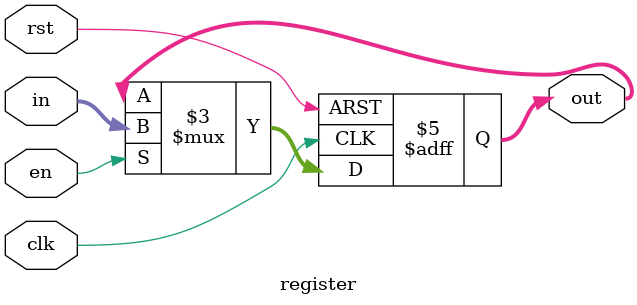
<source format=v>
module register #(parameter wide = 4)
(input clk, rst, en, input [wide-1:0] in, output reg [wide-1:0] out);

    always @ (posedge clk, posedge rst)
        begin
        if (rst) out = 0;
        else if (en) out = in;
        else out = out;
        end

endmodule

</source>
